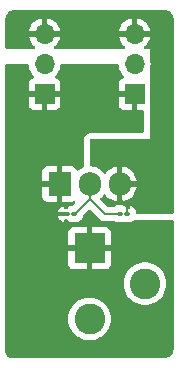
<source format=gbr>
%TF.GenerationSoftware,KiCad,Pcbnew,8.0.4*%
%TF.CreationDate,2024-11-07T15:33:01-05:00*%
%TF.ProjectId,BarrelJackAdapter,42617272-656c-44a6-9163-6b4164617074,rev?*%
%TF.SameCoordinates,Original*%
%TF.FileFunction,Copper,L1,Top*%
%TF.FilePolarity,Positive*%
%FSLAX46Y46*%
G04 Gerber Fmt 4.6, Leading zero omitted, Abs format (unit mm)*
G04 Created by KiCad (PCBNEW 8.0.4) date 2024-11-07 15:33:01*
%MOMM*%
%LPD*%
G01*
G04 APERTURE LIST*
G04 Aperture macros list*
%AMRoundRect*
0 Rectangle with rounded corners*
0 $1 Rounding radius*
0 $2 $3 $4 $5 $6 $7 $8 $9 X,Y pos of 4 corners*
0 Add a 4 corners polygon primitive as box body*
4,1,4,$2,$3,$4,$5,$6,$7,$8,$9,$2,$3,0*
0 Add four circle primitives for the rounded corners*
1,1,$1+$1,$2,$3*
1,1,$1+$1,$4,$5*
1,1,$1+$1,$6,$7*
1,1,$1+$1,$8,$9*
0 Add four rect primitives between the rounded corners*
20,1,$1+$1,$2,$3,$4,$5,0*
20,1,$1+$1,$4,$5,$6,$7,0*
20,1,$1+$1,$6,$7,$8,$9,0*
20,1,$1+$1,$8,$9,$2,$3,0*%
G04 Aperture macros list end*
%TA.AperFunction,ComponentPad*%
%ADD10R,2.600000X2.600000*%
%TD*%
%TA.AperFunction,ComponentPad*%
%ADD11C,2.600000*%
%TD*%
%TA.AperFunction,SMDPad,CuDef*%
%ADD12RoundRect,0.100000X0.130000X0.100000X-0.130000X0.100000X-0.130000X-0.100000X0.130000X-0.100000X0*%
%TD*%
%TA.AperFunction,ComponentPad*%
%ADD13R,1.700000X1.700000*%
%TD*%
%TA.AperFunction,ComponentPad*%
%ADD14O,1.700000X1.700000*%
%TD*%
%TA.AperFunction,SMDPad,CuDef*%
%ADD15RoundRect,0.100000X-0.130000X-0.100000X0.130000X-0.100000X0.130000X0.100000X-0.130000X0.100000X0*%
%TD*%
%TA.AperFunction,ComponentPad*%
%ADD16R,1.905000X2.000000*%
%TD*%
%TA.AperFunction,ComponentPad*%
%ADD17O,1.905000X2.000000*%
%TD*%
%TA.AperFunction,Conductor*%
%ADD18C,0.200000*%
%TD*%
G04 APERTURE END LIST*
D10*
%TO.P,J1,1*%
%TO.N,+9V*%
X184150000Y-70200000D03*
D11*
%TO.P,J1,2*%
%TO.N,GND*%
X184150000Y-76200000D03*
%TO.P,J1,3*%
X188850000Y-73200000D03*
%TD*%
D12*
%TO.P,C2,1*%
%TO.N,+5V*%
X187355000Y-67310000D03*
%TO.P,C2,2*%
%TO.N,GND*%
X186715000Y-67310000D03*
%TD*%
D13*
%TO.P,J4,1,Pin_1*%
%TO.N,+9V*%
X187960000Y-57135000D03*
D14*
%TO.P,J4,2,Pin_2*%
%TO.N,GND*%
X187960000Y-54595000D03*
%TO.P,J4,3,Pin_3*%
%TO.N,+5V*%
X187960000Y-52055000D03*
%TD*%
D13*
%TO.P,J2,1,Pin_1*%
%TO.N,+9V*%
X180340000Y-57135000D03*
D14*
%TO.P,J2,2,Pin_2*%
%TO.N,GND*%
X180340000Y-54595000D03*
%TO.P,J2,3,Pin_3*%
%TO.N,+5V*%
X180340000Y-52055000D03*
%TD*%
D15*
%TO.P,C1,1*%
%TO.N,+9V*%
X182215000Y-67310000D03*
%TO.P,C1,2*%
%TO.N,GND*%
X182855000Y-67310000D03*
%TD*%
D16*
%TO.P,U1,1,IN*%
%TO.N,+9V*%
X181610000Y-64770000D03*
D17*
%TO.P,U1,2,GND*%
%TO.N,GND*%
X184150000Y-64770000D03*
%TO.P,U1,3,OUT*%
%TO.N,+5V*%
X186690000Y-64770000D03*
%TD*%
D18*
%TO.N,GND*%
X186715000Y-67310000D02*
X185420000Y-67310000D01*
X185420000Y-67310000D02*
X184150000Y-66040000D01*
X184150000Y-64770000D02*
X184150000Y-66040000D01*
X182880000Y-67310000D02*
X184150000Y-66040000D01*
X182855000Y-67310000D02*
X182880000Y-67310000D01*
%TO.N,+5V*%
X186690000Y-66040000D02*
X186690000Y-64770000D01*
%TO.N,GND*%
X186715000Y-67310000D02*
X186715000Y-67110001D01*
X184374999Y-64770000D02*
X184150000Y-64770000D01*
%TO.N,+5V*%
X187355000Y-66705000D02*
X186690000Y-66040000D01*
X187355000Y-67310000D02*
X187355000Y-66705000D01*
X189260000Y-64105000D02*
X189230000Y-64135000D01*
X191105000Y-64105000D02*
X191135000Y-64135000D01*
X190500000Y-64105000D02*
X189260000Y-64105000D01*
X189230000Y-64135000D02*
X189230000Y-63500000D01*
X190500000Y-64105000D02*
X191105000Y-64105000D01*
X190500000Y-64105000D02*
X190500000Y-62865000D01*
%TD*%
%TA.AperFunction,Conductor*%
%TO.N,+9V*%
G36*
X178939068Y-54629685D02*
G01*
X178984823Y-54682489D01*
X178995557Y-54723193D01*
X179004936Y-54830402D01*
X179004938Y-54830413D01*
X179066094Y-55058655D01*
X179066096Y-55058659D01*
X179066097Y-55058663D01*
X179165965Y-55272830D01*
X179165967Y-55272834D01*
X179274281Y-55427521D01*
X179301501Y-55466396D01*
X179301506Y-55466402D01*
X179423818Y-55588714D01*
X179457303Y-55650037D01*
X179452319Y-55719729D01*
X179410447Y-55775662D01*
X179379471Y-55792577D01*
X179247912Y-55841646D01*
X179247906Y-55841649D01*
X179132812Y-55927809D01*
X179132809Y-55927812D01*
X179046649Y-56042906D01*
X179046645Y-56042913D01*
X178996403Y-56177620D01*
X178996401Y-56177627D01*
X178990000Y-56237155D01*
X178990000Y-56885000D01*
X179906988Y-56885000D01*
X179874075Y-56942007D01*
X179840000Y-57069174D01*
X179840000Y-57200826D01*
X179874075Y-57327993D01*
X179906988Y-57385000D01*
X178990000Y-57385000D01*
X178990000Y-58032844D01*
X178996401Y-58092372D01*
X178996403Y-58092379D01*
X179046645Y-58227086D01*
X179046649Y-58227093D01*
X179132809Y-58342187D01*
X179132812Y-58342190D01*
X179247906Y-58428350D01*
X179247913Y-58428354D01*
X179382620Y-58478596D01*
X179382627Y-58478598D01*
X179442155Y-58484999D01*
X179442172Y-58485000D01*
X180090000Y-58485000D01*
X180090000Y-57568012D01*
X180147007Y-57600925D01*
X180274174Y-57635000D01*
X180405826Y-57635000D01*
X180532993Y-57600925D01*
X180590000Y-57568012D01*
X180590000Y-58485000D01*
X181237828Y-58485000D01*
X181237844Y-58484999D01*
X181297372Y-58478598D01*
X181297379Y-58478596D01*
X181432086Y-58428354D01*
X181432093Y-58428350D01*
X181547187Y-58342190D01*
X181547190Y-58342187D01*
X181633350Y-58227093D01*
X181633354Y-58227086D01*
X181683596Y-58092379D01*
X181683598Y-58092372D01*
X181689999Y-58032844D01*
X181690000Y-58032827D01*
X181690000Y-57385000D01*
X180773012Y-57385000D01*
X180805925Y-57327993D01*
X180840000Y-57200826D01*
X180840000Y-57069174D01*
X180805925Y-56942007D01*
X180773012Y-56885000D01*
X181690000Y-56885000D01*
X181690000Y-56237172D01*
X181689999Y-56237155D01*
X181683598Y-56177627D01*
X181683596Y-56177620D01*
X181633354Y-56042913D01*
X181633350Y-56042906D01*
X181547190Y-55927812D01*
X181547187Y-55927809D01*
X181432093Y-55841649D01*
X181432088Y-55841646D01*
X181300528Y-55792577D01*
X181244595Y-55750705D01*
X181220178Y-55685241D01*
X181235030Y-55616968D01*
X181256175Y-55588720D01*
X181378495Y-55466401D01*
X181514035Y-55272830D01*
X181613903Y-55058663D01*
X181675063Y-54830408D01*
X181684443Y-54723191D01*
X181709895Y-54658124D01*
X181766486Y-54617145D01*
X181807971Y-54610000D01*
X186492029Y-54610000D01*
X186559068Y-54629685D01*
X186604823Y-54682489D01*
X186615557Y-54723193D01*
X186624936Y-54830402D01*
X186624938Y-54830413D01*
X186686094Y-55058655D01*
X186686096Y-55058659D01*
X186686097Y-55058663D01*
X186785965Y-55272830D01*
X186785967Y-55272834D01*
X186894281Y-55427521D01*
X186921501Y-55466396D01*
X186921506Y-55466402D01*
X187043818Y-55588714D01*
X187077303Y-55650037D01*
X187072319Y-55719729D01*
X187030447Y-55775662D01*
X186999471Y-55792577D01*
X186867912Y-55841646D01*
X186867906Y-55841649D01*
X186752812Y-55927809D01*
X186752809Y-55927812D01*
X186666649Y-56042906D01*
X186666645Y-56042913D01*
X186616403Y-56177620D01*
X186616401Y-56177627D01*
X186610000Y-56237155D01*
X186610000Y-56885000D01*
X187526988Y-56885000D01*
X187494075Y-56942007D01*
X187460000Y-57069174D01*
X187460000Y-57200826D01*
X187494075Y-57327993D01*
X187526988Y-57385000D01*
X186610000Y-57385000D01*
X186610000Y-58032844D01*
X186616401Y-58092372D01*
X186616403Y-58092379D01*
X186666645Y-58227086D01*
X186666649Y-58227093D01*
X186752809Y-58342187D01*
X186752812Y-58342190D01*
X186867906Y-58428350D01*
X186867913Y-58428354D01*
X187002620Y-58478596D01*
X187002627Y-58478598D01*
X187062155Y-58484999D01*
X187062172Y-58485000D01*
X187710000Y-58485000D01*
X187710000Y-57568012D01*
X187767007Y-57600925D01*
X187894174Y-57635000D01*
X188025826Y-57635000D01*
X188152993Y-57600925D01*
X188210000Y-57568012D01*
X188210000Y-58485000D01*
X188600500Y-58485000D01*
X188667539Y-58504685D01*
X188713294Y-58557489D01*
X188724500Y-58609000D01*
X188724500Y-60330500D01*
X188704815Y-60397539D01*
X188652011Y-60443294D01*
X188600500Y-60454500D01*
X184274000Y-60454500D01*
X184273991Y-60454500D01*
X184273990Y-60454501D01*
X184166549Y-60466052D01*
X184166537Y-60466054D01*
X184115027Y-60477260D01*
X184012502Y-60511383D01*
X184012496Y-60511386D01*
X183891462Y-60589171D01*
X183891451Y-60589179D01*
X183838659Y-60634923D01*
X183744433Y-60743664D01*
X183744430Y-60743668D01*
X183684664Y-60874534D01*
X183684662Y-60874541D01*
X183664977Y-60941580D01*
X183664976Y-60941584D01*
X183644500Y-61084000D01*
X183644500Y-63145875D01*
X183652203Y-63233787D01*
X183652204Y-63233795D01*
X183654325Y-63245806D01*
X183646597Y-63315247D01*
X183602554Y-63369487D01*
X183588509Y-63377853D01*
X183388458Y-63479785D01*
X183205339Y-63612829D01*
X183139533Y-63636309D01*
X183071479Y-63620484D01*
X183022784Y-63570378D01*
X183016272Y-63555845D01*
X183005853Y-63527911D01*
X183005850Y-63527906D01*
X182919690Y-63412812D01*
X182919687Y-63412809D01*
X182804593Y-63326649D01*
X182804586Y-63326645D01*
X182669879Y-63276403D01*
X182669872Y-63276401D01*
X182610344Y-63270000D01*
X181860000Y-63270000D01*
X181860000Y-64279252D01*
X181822292Y-64257482D01*
X181682409Y-64220000D01*
X181537591Y-64220000D01*
X181397708Y-64257482D01*
X181360000Y-64279252D01*
X181360000Y-63270000D01*
X180609655Y-63270000D01*
X180550127Y-63276401D01*
X180550120Y-63276403D01*
X180415413Y-63326645D01*
X180415406Y-63326649D01*
X180300312Y-63412809D01*
X180300309Y-63412812D01*
X180214149Y-63527906D01*
X180214145Y-63527913D01*
X180163903Y-63662620D01*
X180163901Y-63662627D01*
X180157500Y-63722155D01*
X180157500Y-64520000D01*
X181119252Y-64520000D01*
X181097482Y-64557708D01*
X181060000Y-64697591D01*
X181060000Y-64842409D01*
X181097482Y-64982292D01*
X181119252Y-65020000D01*
X180157500Y-65020000D01*
X180157500Y-65817844D01*
X180163901Y-65877372D01*
X180163903Y-65877379D01*
X180214145Y-66012086D01*
X180214149Y-66012093D01*
X180300309Y-66127187D01*
X180300312Y-66127190D01*
X180415406Y-66213350D01*
X180415413Y-66213354D01*
X180550120Y-66263596D01*
X180550127Y-66263598D01*
X180609655Y-66269999D01*
X180609672Y-66270000D01*
X181360000Y-66270000D01*
X181360000Y-65260747D01*
X181397708Y-65282518D01*
X181537591Y-65320000D01*
X181682409Y-65320000D01*
X181822292Y-65282518D01*
X181860000Y-65260747D01*
X181860000Y-66270000D01*
X182610328Y-66270000D01*
X182610344Y-66269999D01*
X182669872Y-66263598D01*
X182669876Y-66263597D01*
X182785361Y-66220524D01*
X182855053Y-66215540D01*
X182916376Y-66249025D01*
X182949861Y-66310348D01*
X182944877Y-66380039D01*
X182916376Y-66424387D01*
X182767464Y-66573299D01*
X182706141Y-66606784D01*
X182687910Y-66609351D01*
X182685649Y-66609499D01*
X182568236Y-66624955D01*
X182566111Y-66625525D01*
X182563910Y-66625525D01*
X182560181Y-66626016D01*
X182560116Y-66625525D01*
X182509815Y-66625525D01*
X182509687Y-66626505D01*
X182502251Y-66625525D01*
X182501937Y-66625526D01*
X182501633Y-66625444D01*
X182415000Y-66614038D01*
X182415000Y-66629807D01*
X182395315Y-66696846D01*
X182366488Y-66728181D01*
X182296718Y-66781718D01*
X182237374Y-66859056D01*
X182180948Y-66900257D01*
X182111202Y-66904412D01*
X182050281Y-66870199D01*
X182017529Y-66808482D01*
X182015000Y-66783568D01*
X182015000Y-66614038D01*
X181928369Y-66625444D01*
X181928365Y-66625445D01*
X181782413Y-66685899D01*
X181657075Y-66782075D01*
X181560899Y-66907413D01*
X181500444Y-67053368D01*
X181492987Y-67110000D01*
X182000500Y-67110000D01*
X182067539Y-67129685D01*
X182113294Y-67182489D01*
X182124500Y-67233999D01*
X182124501Y-67385999D01*
X182104817Y-67453039D01*
X182052013Y-67498794D01*
X182000501Y-67510000D01*
X181492990Y-67510000D01*
X181492988Y-67510001D01*
X181500442Y-67566627D01*
X181500444Y-67566633D01*
X181560899Y-67712585D01*
X181657075Y-67837924D01*
X181782413Y-67934100D01*
X181928365Y-67994554D01*
X181928369Y-67994555D01*
X182015000Y-68005961D01*
X182015000Y-67836431D01*
X182034685Y-67769392D01*
X182087489Y-67723637D01*
X182156647Y-67713693D01*
X182220203Y-67742718D01*
X182237372Y-67760941D01*
X182296718Y-67838282D01*
X182366487Y-67891817D01*
X182407689Y-67948243D01*
X182415000Y-67990192D01*
X182415000Y-68005959D01*
X182415001Y-68005960D01*
X182501622Y-67994558D01*
X182501917Y-67994479D01*
X182502222Y-67994478D01*
X182509690Y-67993496D01*
X182509819Y-67994478D01*
X182560115Y-67994476D01*
X182560180Y-67993983D01*
X182563925Y-67994476D01*
X182566121Y-67994476D01*
X182568230Y-67995040D01*
X182568238Y-67995044D01*
X182685639Y-68010500D01*
X183024360Y-68010499D01*
X183024363Y-68010499D01*
X183141753Y-67995046D01*
X183141757Y-67995044D01*
X183141762Y-67995044D01*
X183287841Y-67934536D01*
X183413282Y-67838282D01*
X183509536Y-67712841D01*
X183570044Y-67566762D01*
X183579342Y-67496127D01*
X183607607Y-67432234D01*
X183614587Y-67424646D01*
X184062322Y-66976912D01*
X184123641Y-66943430D01*
X184193333Y-66948414D01*
X184237680Y-66976915D01*
X184935139Y-67674374D01*
X184935149Y-67674385D01*
X184939479Y-67678715D01*
X184939480Y-67678716D01*
X185051284Y-67790520D01*
X185134011Y-67838282D01*
X185134012Y-67838283D01*
X185188209Y-67869574D01*
X185188210Y-67869574D01*
X185188215Y-67869577D01*
X185340942Y-67910500D01*
X185340943Y-67910500D01*
X186208743Y-67910500D01*
X186275782Y-67930185D01*
X186281099Y-67933924D01*
X186282157Y-67934534D01*
X186282159Y-67934536D01*
X186282160Y-67934536D01*
X186282163Y-67934538D01*
X186355198Y-67964790D01*
X186428238Y-67995044D01*
X186545639Y-68010500D01*
X186884360Y-68010499D01*
X186884363Y-68010499D01*
X187001755Y-67995045D01*
X187001755Y-67995044D01*
X187001762Y-67995044D01*
X187001767Y-67995041D01*
X187002900Y-67994739D01*
X187004085Y-67994738D01*
X187009821Y-67993984D01*
X187009920Y-67994738D01*
X187060080Y-67994737D01*
X187060180Y-67993983D01*
X187065907Y-67994737D01*
X187067091Y-67994737D01*
X187068234Y-67995043D01*
X187068236Y-67995043D01*
X187068238Y-67995044D01*
X187185639Y-68010500D01*
X187524360Y-68010499D01*
X187524363Y-68010499D01*
X187641753Y-67995046D01*
X187641757Y-67995044D01*
X187641762Y-67995044D01*
X187787841Y-67934536D01*
X187913282Y-67838282D01*
X187916810Y-67833682D01*
X187973235Y-67792480D01*
X188042981Y-67788323D01*
X188050124Y-67790192D01*
X188066569Y-67795021D01*
X188066575Y-67795021D01*
X188066579Y-67795023D01*
X188066583Y-67795024D01*
X188208999Y-67815500D01*
X188209002Y-67815500D01*
X191145500Y-67815500D01*
X191212539Y-67835185D01*
X191258294Y-67887989D01*
X191269500Y-67939500D01*
X191269500Y-78733907D01*
X191268903Y-78746062D01*
X191255911Y-78877967D01*
X191251169Y-78901807D01*
X191214469Y-79022790D01*
X191205166Y-79045248D01*
X191145573Y-79156738D01*
X191132069Y-79176949D01*
X191051867Y-79274677D01*
X191034677Y-79291867D01*
X190936949Y-79372069D01*
X190916738Y-79385573D01*
X190805248Y-79445166D01*
X190782790Y-79454469D01*
X190661807Y-79491169D01*
X190637967Y-79495911D01*
X190540698Y-79505491D01*
X190506060Y-79508903D01*
X190493907Y-79509500D01*
X177552961Y-79509500D01*
X177539077Y-79508720D01*
X177445172Y-79498139D01*
X177418101Y-79491960D01*
X177415840Y-79491169D01*
X177335522Y-79463064D01*
X177310505Y-79451017D01*
X177236418Y-79404465D01*
X177214709Y-79387152D01*
X177152847Y-79325290D01*
X177135534Y-79303581D01*
X177123305Y-79284119D01*
X177088980Y-79229491D01*
X177076937Y-79204481D01*
X177048037Y-79121892D01*
X177041861Y-79094831D01*
X177031280Y-79000921D01*
X177030500Y-78987038D01*
X177030500Y-76199995D01*
X182344451Y-76199995D01*
X182344451Y-76200004D01*
X182364616Y-76469101D01*
X182424664Y-76732188D01*
X182424666Y-76732195D01*
X182523257Y-76983398D01*
X182658185Y-77217102D01*
X182794080Y-77387509D01*
X182826442Y-77428089D01*
X183013183Y-77601358D01*
X183024259Y-77611635D01*
X183247226Y-77763651D01*
X183490359Y-77880738D01*
X183748228Y-77960280D01*
X183748229Y-77960280D01*
X183748232Y-77960281D01*
X184015063Y-78000499D01*
X184015068Y-78000499D01*
X184015071Y-78000500D01*
X184015072Y-78000500D01*
X184284928Y-78000500D01*
X184284929Y-78000500D01*
X184284936Y-78000499D01*
X184551767Y-77960281D01*
X184551768Y-77960280D01*
X184551772Y-77960280D01*
X184809641Y-77880738D01*
X185052775Y-77763651D01*
X185275741Y-77611635D01*
X185473561Y-77428085D01*
X185641815Y-77217102D01*
X185776743Y-76983398D01*
X185875334Y-76732195D01*
X185935383Y-76469103D01*
X185955549Y-76200000D01*
X185935383Y-75930897D01*
X185875334Y-75667805D01*
X185776743Y-75416602D01*
X185641815Y-75182898D01*
X185473561Y-74971915D01*
X185473560Y-74971914D01*
X185473557Y-74971910D01*
X185275741Y-74788365D01*
X185239492Y-74763651D01*
X185052775Y-74636349D01*
X185052769Y-74636346D01*
X185052768Y-74636345D01*
X185052767Y-74636344D01*
X184809643Y-74519263D01*
X184809645Y-74519263D01*
X184551773Y-74439720D01*
X184551767Y-74439718D01*
X184284936Y-74399500D01*
X184284929Y-74399500D01*
X184015071Y-74399500D01*
X184015063Y-74399500D01*
X183748232Y-74439718D01*
X183748226Y-74439720D01*
X183490358Y-74519262D01*
X183247230Y-74636346D01*
X183024258Y-74788365D01*
X182826442Y-74971910D01*
X182658185Y-75182898D01*
X182523258Y-75416599D01*
X182523256Y-75416603D01*
X182424666Y-75667804D01*
X182424664Y-75667811D01*
X182364616Y-75930898D01*
X182344451Y-76199995D01*
X177030500Y-76199995D01*
X177030500Y-73199995D01*
X187044451Y-73199995D01*
X187044451Y-73200004D01*
X187064616Y-73469101D01*
X187124664Y-73732188D01*
X187124666Y-73732195D01*
X187223257Y-73983398D01*
X187358185Y-74217102D01*
X187494080Y-74387509D01*
X187526442Y-74428089D01*
X187713183Y-74601358D01*
X187724259Y-74611635D01*
X187947226Y-74763651D01*
X188190359Y-74880738D01*
X188448228Y-74960280D01*
X188448229Y-74960280D01*
X188448232Y-74960281D01*
X188715063Y-75000499D01*
X188715068Y-75000499D01*
X188715071Y-75000500D01*
X188715072Y-75000500D01*
X188984928Y-75000500D01*
X188984929Y-75000500D01*
X188984936Y-75000499D01*
X189251767Y-74960281D01*
X189251768Y-74960280D01*
X189251772Y-74960280D01*
X189509641Y-74880738D01*
X189752775Y-74763651D01*
X189975741Y-74611635D01*
X190129259Y-74469190D01*
X190173557Y-74428089D01*
X190173557Y-74428087D01*
X190173561Y-74428085D01*
X190341815Y-74217102D01*
X190476743Y-73983398D01*
X190575334Y-73732195D01*
X190635383Y-73469103D01*
X190655549Y-73200000D01*
X190635383Y-72930897D01*
X190575334Y-72667805D01*
X190476743Y-72416602D01*
X190341815Y-72182898D01*
X190173561Y-71971915D01*
X190173560Y-71971914D01*
X190173557Y-71971910D01*
X189975741Y-71788365D01*
X189752775Y-71636349D01*
X189752769Y-71636346D01*
X189752768Y-71636345D01*
X189752767Y-71636344D01*
X189509643Y-71519263D01*
X189509645Y-71519263D01*
X189251773Y-71439720D01*
X189251767Y-71439718D01*
X188984936Y-71399500D01*
X188984929Y-71399500D01*
X188715071Y-71399500D01*
X188715063Y-71399500D01*
X188448232Y-71439718D01*
X188448226Y-71439720D01*
X188190358Y-71519262D01*
X187947230Y-71636346D01*
X187724258Y-71788365D01*
X187526442Y-71971910D01*
X187358185Y-72182898D01*
X187223258Y-72416599D01*
X187223256Y-72416603D01*
X187124666Y-72667804D01*
X187124664Y-72667811D01*
X187064616Y-72930898D01*
X187044451Y-73199995D01*
X177030500Y-73199995D01*
X177030500Y-68852155D01*
X182350000Y-68852155D01*
X182350000Y-69950000D01*
X183387639Y-69950000D01*
X183380743Y-69966649D01*
X183350000Y-70121207D01*
X183350000Y-70278793D01*
X183380743Y-70433351D01*
X183387639Y-70450000D01*
X182350000Y-70450000D01*
X182350000Y-71547844D01*
X182356401Y-71607372D01*
X182356403Y-71607379D01*
X182406645Y-71742086D01*
X182406649Y-71742093D01*
X182492809Y-71857187D01*
X182492812Y-71857190D01*
X182607906Y-71943350D01*
X182607913Y-71943354D01*
X182742620Y-71993596D01*
X182742627Y-71993598D01*
X182802155Y-71999999D01*
X182802172Y-72000000D01*
X183900000Y-72000000D01*
X183900000Y-70962360D01*
X183916649Y-70969257D01*
X184071207Y-71000000D01*
X184228793Y-71000000D01*
X184383351Y-70969257D01*
X184400000Y-70962360D01*
X184400000Y-72000000D01*
X185497828Y-72000000D01*
X185497844Y-71999999D01*
X185557372Y-71993598D01*
X185557379Y-71993596D01*
X185692086Y-71943354D01*
X185692093Y-71943350D01*
X185807187Y-71857190D01*
X185807190Y-71857187D01*
X185893350Y-71742093D01*
X185893354Y-71742086D01*
X185943596Y-71607379D01*
X185943598Y-71607372D01*
X185949999Y-71547844D01*
X185950000Y-71547827D01*
X185950000Y-70450000D01*
X184912361Y-70450000D01*
X184919257Y-70433351D01*
X184950000Y-70278793D01*
X184950000Y-70121207D01*
X184919257Y-69966649D01*
X184912361Y-69950000D01*
X185950000Y-69950000D01*
X185950000Y-68852172D01*
X185949999Y-68852155D01*
X185943598Y-68792627D01*
X185943596Y-68792620D01*
X185893354Y-68657913D01*
X185893350Y-68657906D01*
X185807190Y-68542812D01*
X185807187Y-68542809D01*
X185692093Y-68456649D01*
X185692086Y-68456645D01*
X185557379Y-68406403D01*
X185557372Y-68406401D01*
X185497844Y-68400000D01*
X184400000Y-68400000D01*
X184400000Y-69437639D01*
X184383351Y-69430743D01*
X184228793Y-69400000D01*
X184071207Y-69400000D01*
X183916649Y-69430743D01*
X183900000Y-69437639D01*
X183900000Y-68400000D01*
X182802155Y-68400000D01*
X182742627Y-68406401D01*
X182742620Y-68406403D01*
X182607913Y-68456645D01*
X182607906Y-68456649D01*
X182492812Y-68542809D01*
X182492809Y-68542812D01*
X182406649Y-68657906D01*
X182406645Y-68657913D01*
X182356403Y-68792620D01*
X182356401Y-68792627D01*
X182350000Y-68852155D01*
X177030500Y-68852155D01*
X177030500Y-54734000D01*
X177050185Y-54666961D01*
X177102989Y-54621206D01*
X177154500Y-54610000D01*
X178872029Y-54610000D01*
X178939068Y-54629685D01*
G37*
%TD.AperFunction*%
%TD*%
%TA.AperFunction,Conductor*%
%TO.N,+5V*%
G36*
X190506061Y-50031097D02*
G01*
X190637973Y-50044089D01*
X190661801Y-50048828D01*
X190782793Y-50085531D01*
X190805245Y-50094832D01*
X190860993Y-50124629D01*
X190916738Y-50154426D01*
X190936949Y-50167930D01*
X191034677Y-50248132D01*
X191051867Y-50265322D01*
X191132069Y-50363050D01*
X191145573Y-50383261D01*
X191205166Y-50494751D01*
X191214469Y-50517209D01*
X191251169Y-50638192D01*
X191255911Y-50662032D01*
X191267684Y-50781567D01*
X191268903Y-50793937D01*
X191269500Y-50806092D01*
X191269500Y-67186000D01*
X191249815Y-67253039D01*
X191197011Y-67298794D01*
X191145500Y-67310000D01*
X188208999Y-67310000D01*
X188141960Y-67290315D01*
X188096205Y-67237511D01*
X188084999Y-67186000D01*
X188084999Y-67170675D01*
X188069557Y-67053371D01*
X188069555Y-67053366D01*
X188009100Y-66907414D01*
X187912924Y-66782075D01*
X187787586Y-66685899D01*
X187641631Y-66625444D01*
X187555000Y-66614038D01*
X187555000Y-66783568D01*
X187535315Y-66850607D01*
X187482511Y-66896362D01*
X187413353Y-66906306D01*
X187349797Y-66877281D01*
X187332627Y-66859058D01*
X187273282Y-66781718D01*
X187203512Y-66728181D01*
X187162311Y-66671755D01*
X187155000Y-66629807D01*
X187155000Y-66614039D01*
X187154999Y-66614038D01*
X187116902Y-66619054D01*
X187047867Y-66608288D01*
X187038724Y-66603505D01*
X186946784Y-66550424D01*
X186794057Y-66509501D01*
X186635943Y-66509501D01*
X186483216Y-66550424D01*
X186483209Y-66550427D01*
X186346283Y-66629480D01*
X186312965Y-66662798D01*
X186287298Y-66682496D01*
X186275132Y-66689522D01*
X186274126Y-66687781D01*
X186219063Y-66709070D01*
X186208743Y-66709500D01*
X185720097Y-66709500D01*
X185653058Y-66689815D01*
X185632416Y-66673181D01*
X185076702Y-66117467D01*
X185043217Y-66056144D01*
X185048201Y-65986452D01*
X185090073Y-65930519D01*
X185091501Y-65929466D01*
X185096562Y-65925789D01*
X185096562Y-65925788D01*
X185096566Y-65925786D01*
X185258286Y-65764066D01*
X185319992Y-65679134D01*
X185375319Y-65636470D01*
X185444932Y-65630491D01*
X185506727Y-65663096D01*
X185520626Y-65679135D01*
X185582097Y-65763741D01*
X185582097Y-65763742D01*
X185743757Y-65925402D01*
X185928723Y-66059788D01*
X186132429Y-66163582D01*
X186349871Y-66234234D01*
X186440000Y-66248509D01*
X186440000Y-65260747D01*
X186477708Y-65282518D01*
X186617591Y-65320000D01*
X186762409Y-65320000D01*
X186902292Y-65282518D01*
X186940000Y-65260747D01*
X186940000Y-66248508D01*
X187030128Y-66234234D01*
X187247570Y-66163582D01*
X187451276Y-66059788D01*
X187636242Y-65925402D01*
X187797902Y-65763742D01*
X187932288Y-65578776D01*
X188036082Y-65375070D01*
X188106734Y-65157628D01*
X188128532Y-65020000D01*
X187180748Y-65020000D01*
X187202518Y-64982292D01*
X187240000Y-64842409D01*
X187240000Y-64697591D01*
X187202518Y-64557708D01*
X187180748Y-64520000D01*
X188128532Y-64520000D01*
X188106734Y-64382371D01*
X188036082Y-64164929D01*
X187932288Y-63961223D01*
X187797902Y-63776257D01*
X187636242Y-63614597D01*
X187451276Y-63480211D01*
X187247568Y-63376417D01*
X187030124Y-63305765D01*
X186940000Y-63291490D01*
X186940000Y-64279252D01*
X186902292Y-64257482D01*
X186762409Y-64220000D01*
X186617591Y-64220000D01*
X186477708Y-64257482D01*
X186440000Y-64279252D01*
X186440000Y-63291490D01*
X186439999Y-63291490D01*
X186349875Y-63305765D01*
X186132431Y-63376417D01*
X185928723Y-63480211D01*
X185743757Y-63614597D01*
X185582097Y-63776257D01*
X185520627Y-63860864D01*
X185465297Y-63903529D01*
X185395684Y-63909508D01*
X185333889Y-63876902D01*
X185319991Y-63860864D01*
X185258286Y-63775934D01*
X185096566Y-63614214D01*
X184911538Y-63479783D01*
X184707755Y-63375950D01*
X184490248Y-63305278D01*
X184264338Y-63269497D01*
X184264241Y-63269490D01*
X184264206Y-63269476D01*
X184259542Y-63268738D01*
X184259697Y-63267757D01*
X184198959Y-63244591D01*
X184157501Y-63188349D01*
X184150000Y-63145875D01*
X184150000Y-61084000D01*
X184169685Y-61016961D01*
X184222489Y-60971206D01*
X184274000Y-60960000D01*
X189230000Y-60960000D01*
X189230000Y-58300389D01*
X189249685Y-58233350D01*
X189253544Y-58227790D01*
X189253791Y-58227336D01*
X189253796Y-58227331D01*
X189304091Y-58092483D01*
X189310500Y-58032873D01*
X189310499Y-56237128D01*
X189304091Y-56177517D01*
X189253796Y-56042669D01*
X189253795Y-56042668D01*
X189249548Y-56034890D01*
X189251056Y-56034066D01*
X189230315Y-55978449D01*
X189230000Y-55969610D01*
X189230000Y-55089552D01*
X189234224Y-55057463D01*
X189295063Y-54830408D01*
X189315659Y-54595000D01*
X189295063Y-54359592D01*
X189234225Y-54132537D01*
X189230000Y-54100444D01*
X189230000Y-53340000D01*
X188871760Y-53340000D01*
X188804721Y-53320315D01*
X188758966Y-53267511D01*
X188749022Y-53198353D01*
X188778047Y-53134797D01*
X188800635Y-53114426D01*
X188831081Y-53093106D01*
X188998105Y-52926082D01*
X189133600Y-52732578D01*
X189233429Y-52518492D01*
X189233432Y-52518486D01*
X189290636Y-52305000D01*
X188393012Y-52305000D01*
X188425925Y-52247993D01*
X188460000Y-52120826D01*
X188460000Y-51989174D01*
X188425925Y-51862007D01*
X188393012Y-51805000D01*
X189290636Y-51805000D01*
X189290635Y-51804999D01*
X189233432Y-51591513D01*
X189233429Y-51591507D01*
X189133600Y-51377422D01*
X189133599Y-51377420D01*
X188998113Y-51183926D01*
X188998108Y-51183920D01*
X188831082Y-51016894D01*
X188637578Y-50881399D01*
X188423492Y-50781570D01*
X188423486Y-50781567D01*
X188210000Y-50724364D01*
X188210000Y-51621988D01*
X188152993Y-51589075D01*
X188025826Y-51555000D01*
X187894174Y-51555000D01*
X187767007Y-51589075D01*
X187710000Y-51621988D01*
X187710000Y-50724364D01*
X187709999Y-50724364D01*
X187496513Y-50781567D01*
X187496507Y-50781570D01*
X187282422Y-50881399D01*
X187282420Y-50881400D01*
X187088926Y-51016886D01*
X187088920Y-51016891D01*
X186921891Y-51183920D01*
X186921886Y-51183926D01*
X186786400Y-51377420D01*
X186786399Y-51377422D01*
X186686570Y-51591507D01*
X186686567Y-51591513D01*
X186629364Y-51804999D01*
X186629364Y-51805000D01*
X187526988Y-51805000D01*
X187494075Y-51862007D01*
X187460000Y-51989174D01*
X187460000Y-52120826D01*
X187494075Y-52247993D01*
X187526988Y-52305000D01*
X186629364Y-52305000D01*
X186686567Y-52518486D01*
X186686570Y-52518492D01*
X186786399Y-52732578D01*
X186921894Y-52926082D01*
X187088918Y-53093106D01*
X187119365Y-53114426D01*
X187162989Y-53169003D01*
X187170181Y-53238502D01*
X187138658Y-53300856D01*
X187078428Y-53336269D01*
X187048240Y-53340000D01*
X181251760Y-53340000D01*
X181184721Y-53320315D01*
X181138966Y-53267511D01*
X181129022Y-53198353D01*
X181158047Y-53134797D01*
X181180635Y-53114426D01*
X181211081Y-53093106D01*
X181378105Y-52926082D01*
X181513600Y-52732578D01*
X181613429Y-52518492D01*
X181613432Y-52518486D01*
X181670636Y-52305000D01*
X180773012Y-52305000D01*
X180805925Y-52247993D01*
X180840000Y-52120826D01*
X180840000Y-51989174D01*
X180805925Y-51862007D01*
X180773012Y-51805000D01*
X181670636Y-51805000D01*
X181670635Y-51804999D01*
X181613432Y-51591513D01*
X181613429Y-51591507D01*
X181513600Y-51377422D01*
X181513599Y-51377420D01*
X181378113Y-51183926D01*
X181378108Y-51183920D01*
X181211082Y-51016894D01*
X181017578Y-50881399D01*
X180803492Y-50781570D01*
X180803486Y-50781567D01*
X180590000Y-50724364D01*
X180590000Y-51621988D01*
X180532993Y-51589075D01*
X180405826Y-51555000D01*
X180274174Y-51555000D01*
X180147007Y-51589075D01*
X180090000Y-51621988D01*
X180090000Y-50724364D01*
X180089999Y-50724364D01*
X179876513Y-50781567D01*
X179876507Y-50781570D01*
X179662422Y-50881399D01*
X179662420Y-50881400D01*
X179468926Y-51016886D01*
X179468920Y-51016891D01*
X179301891Y-51183920D01*
X179301886Y-51183926D01*
X179166400Y-51377420D01*
X179166399Y-51377422D01*
X179066570Y-51591507D01*
X179066567Y-51591513D01*
X179009364Y-51804999D01*
X179009364Y-51805000D01*
X179906988Y-51805000D01*
X179874075Y-51862007D01*
X179840000Y-51989174D01*
X179840000Y-52120826D01*
X179874075Y-52247993D01*
X179906988Y-52305000D01*
X179009364Y-52305000D01*
X179066567Y-52518486D01*
X179066570Y-52518492D01*
X179166399Y-52732578D01*
X179301894Y-52926082D01*
X179468918Y-53093106D01*
X179499365Y-53114426D01*
X179542989Y-53169003D01*
X179550181Y-53238502D01*
X179518658Y-53300856D01*
X179458428Y-53336269D01*
X179428240Y-53340000D01*
X177154500Y-53340000D01*
X177087461Y-53320315D01*
X177041706Y-53267511D01*
X177030500Y-53216000D01*
X177030500Y-50806092D01*
X177031097Y-50793938D01*
X177032315Y-50781570D01*
X177044089Y-50662024D01*
X177048828Y-50638200D01*
X177085532Y-50517202D01*
X177094830Y-50494757D01*
X177154427Y-50383259D01*
X177167930Y-50363050D01*
X177248137Y-50265316D01*
X177265316Y-50248137D01*
X177363052Y-50167928D01*
X177383261Y-50154426D01*
X177494757Y-50094830D01*
X177517202Y-50085532D01*
X177638200Y-50048828D01*
X177662024Y-50044089D01*
X177793939Y-50031097D01*
X177806093Y-50030500D01*
X177865892Y-50030500D01*
X190434108Y-50030500D01*
X190493907Y-50030500D01*
X190506061Y-50031097D01*
G37*
%TD.AperFunction*%
%TD*%
M02*

</source>
